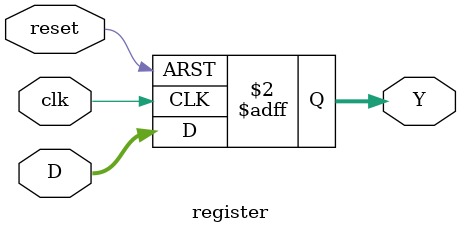
<source format=v>
module register (
    input wire clk,
    input wire reset,       // synchronous reset
    input wire [3:0] D,     // 4-bit input
    output reg [3:0] Y      // 4-bit output (stored value)
);

    always @(posedge clk or posedge reset) begin
        if (reset) begin
            Y <= 4'b0000;   // reset output to 0
        end
        else begin
            Y <= D;         // load input D into register
        end
    end

endmodule

</source>
